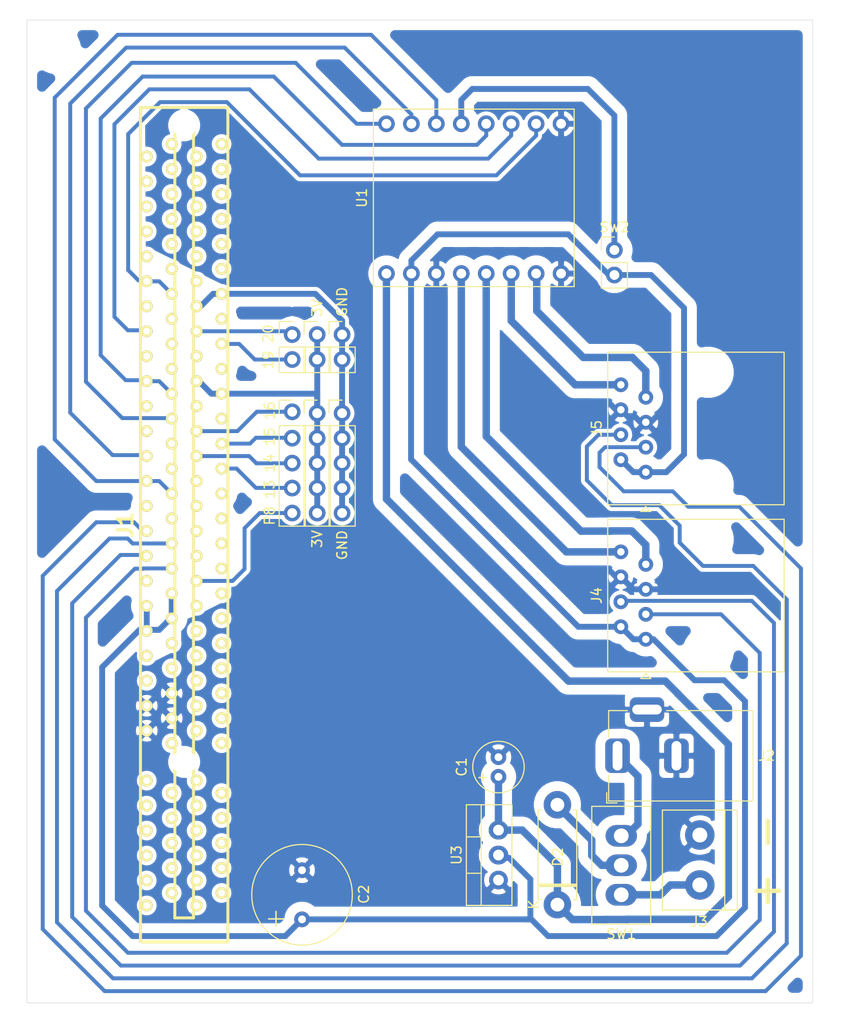
<source format=kicad_pcb>
(kicad_pcb (version 20171130) (host pcbnew "(5.1.6)-1")
  (layers (0 F.Cu signal hide) (31 B.Cu signal) (34 B.Paste user hide) (35 F.Paste user hide) (36 B.SilkS user hide) (37 F.SilkS user) (38 B.Mask user hide) (39 F.Mask user hide) (44 Edge.Cuts user))
  (net 0 "")
  (net 1 GND)
  (net 2 "Net-(J1-PadA1)")
  (net 3 "Net-(J1-PadB1)")
  (net 4 "Net-(J1-PadA2)")
  (net 5 "Net-(J1-PadB2)")
  (net 6 "Net-(J1-PadA3)")
  (net 7 "Net-(J1-PadA5)")
  (net 8 "Net-(J1-PadA7)")
  (net 9 "Net-(J1-PadA9)")
  (net 10 "Net-(J1-PadA4)")
  (net 11 "Net-(J1-PadA6)")
  (net 12 "Net-(J1-PadA8)")
  (net 13 "Net-(J1-PadA32)")
  (net 14 "Net-(J1-PadA34)")
  (net 15 "Net-(J1-PadA35)")
  (net 16 "Net-(J1-PadA41)")
  (net 17 "Net-(J1-PadA42)")
  (net 18 "Net-(J1-PadA44)")
  (net 19 "Net-(J1-PadA49)")
  (net 20 "Net-(J1-PadA52)")
  (net 21 "Net-(J1-PadA53)")
  (net 22 "Net-(J1-PadA54)")
  (net 23 "Net-(J1-PadA55)")
  (net 24 "Net-(J1-PadA56)")
  (net 25 "Net-(J1-PadA57)")
  (net 26 "Net-(J1-PadA58)")
  (net 27 "Net-(J1-PadA59)")
  (net 28 "Net-(J1-PadA60)")
  (net 29 "Net-(J1-PadA61)")
  (net 30 "Net-(J1-PadA62)")
  (net 31 "Net-(J1-PadB3)")
  (net 32 "Net-(J1-PadB4)")
  (net 33 "Net-(J1-PadB5)")
  (net 34 "Net-(J1-PadB6)")
  (net 35 "Net-(J1-PadB7)")
  (net 36 "Net-(J1-PadB8)")
  (net 37 "Net-(J1-PadB9)")
  (net 38 "Net-(J1-PadB10)")
  (net 39 "Net-(J1-PadB15)")
  (net 40 "Net-(J1-PadB17)")
  (net 41 "Net-(J1-PadB18)")
  (net 42 "Net-(J1-PadB24)")
  (net 43 "Net-(J1-PadB25)")
  (net 44 "Net-(J1-PadB27)")
  (net 45 "Net-(J1-PadB52)")
  (net 46 "Net-(J1-PadB53)")
  (net 47 "Net-(J1-PadB54)")
  (net 48 "Net-(J1-PadB55)")
  (net 49 "Net-(J1-PadB56)")
  (net 50 "Net-(J1-PadB57)")
  (net 51 "Net-(J1-PadB58)")
  (net 52 "Net-(J1-PadB59)")
  (net 53 "Net-(J1-PadB60)")
  (net 54 "Net-(J1-PadB61)")
  (net 55 "Net-(J1-PadB62)")
  (net 56 "Net-(J2-Pad1)")
  (net 57 PWMA)
  (net 58 AIN2)
  (net 59 AIN1)
  (net 60 BIN1)
  (net 61 BIN2)
  (net 62 PWMB)
  (net 63 MB1)
  (net 64 MB2)
  (net 65 MA2)
  (net 66 MA1)
  (net 67 +Vin)
  (net 68 SENA1)
  (net 69 SENB1)
  (net 70 "Net-(J1-PadA33)")
  (net 71 "Net-(J1-PadA43)")
  (net 72 SENA2)
  (net 73 +3.3V)
  (net 74 SENB2)
  (net 75 "Net-(J1-PadB42)")
  (net 76 "Net-(J1-PadB43)")
  (net 77 "Net-(SW2-Pad1)")
  (net 78 "Net-(D2-Pad2)")
  (net 79 "Net-(J3-Pad1)")
  (net 80 "Net-(J1-PadA15)")
  (net 81 "Net-(J1-PadA23)")
  (net 82 "Net-(J1-PadA10)")
  (net 83 "Net-(J1-PadA18)")
  (net 84 "Net-(J1-PadB36)")
  (net 85 "Net-(J1-PadB41)")
  (net 86 "Net-(J1-PadB44)")
  (net 87 "Net-(J1-PadA11)")
  (net 88 "Net-(J1-PadA19)")
  (net 89 "Net-(J1-PadA29)")
  (net 90 "Net-(J1-PadA31)")
  (net 91 "Net-(J1-PadA28)")
  (net 92 "Net-(J1-PadA30)")
  (net 93 "Net-(J1-PadA37)")
  (net 94 "Net-(J1-PadA38)")
  (net 95 "Net-(J1-PadA39)")
  (net 96 "Net-(J1-PadA40)")
  (net 97 "Net-(J1-PadA45)")
  (net 98 "Net-(J1-PadA46)")
  (net 99 "Net-(J1-PadA47)")
  (net 100 "Net-(J1-PadA48)")
  (net 101 "Net-(J1-PadB49)")
  (net 102 "Net-(J1-PadA17)")
  (net 103 "Net-(J1-PadA25)")
  (net 104 "Net-(J1-PadA27)")
  (net 105 "Net-(J1-PadA16)")
  (net 106 "Net-(J1-PadA24)")
  (net 107 "Net-(J1-PadA26)")
  (net 108 "Net-(J1-PadA36)")
  (module MountingHole:MountingHole_3.2mm_M3 (layer F.Cu) (at 104.6 47.2)
    (fp_text reference REF** hide)
    (fp_text value MountingHole_3.2mm_M3)
    (pad "" np_thru_hole circle (at -1 -1) (size 3 3) (drill 3) (layers *.Cu *.Mask))
  )
  (module Connector_PinHeader_2.54mm:PinHeader_1x05_P2.54mm_Vertical (layer F.Cu) (at 127.6 83.2)
    (fp_text reference J10 hide)
    (fp_text value Conn_01x05)
    (pad 5 thru_hole oval (at 0 10.16) (size 1.7 1.7) (drill 1) (layers *.Cu *.Mask) (net 108 "Net-(J1-PadA36)"))
    (pad 4 thru_hole oval (at 0 7.62) (size 1.7 1.7) (drill 1) (layers *.Cu *.Mask) (net 104 "Net-(J1-PadA27)"))
    (pad 3 thru_hole oval (at 0 5.08) (size 1.7 1.7) (drill 1) (layers *.Cu *.Mask) (net 107 "Net-(J1-PadA26)"))
    (pad 2 thru_hole oval (at 0 2.54) (size 1.7 1.7) (drill 1) (layers *.Cu *.Mask) (net 103 "Net-(J1-PadA25)"))
    (pad 1 thru_hole circle (at 0 -0.14) (size 1.7 1.7) (drill 1) (layers *.Cu *.Mask) (net 106 "Net-(J1-PadA24)"))
  )
  (module Connector_PinHeader_2.54mm:PinHeader_1x05_P2.54mm_Vertical (layer F.Cu) (at 132.68 83.2)
    (fp_text reference J7 hide)
    (fp_text value Conn_01x05)
    (pad 5 thru_hole oval (at 0 10.16) (size 1.7 1.7) (drill 1) (layers *.Cu *.Mask) (net 87 "Net-(J1-PadA11)"))
    (pad 4 thru_hole oval (at 0 7.62) (size 1.7 1.7) (drill 1) (layers *.Cu *.Mask) (net 87 "Net-(J1-PadA11)"))
    (pad 3 thru_hole oval (at 0 5.08) (size 1.7 1.7) (drill 1) (layers *.Cu *.Mask) (net 87 "Net-(J1-PadA11)"))
    (pad 2 thru_hole oval (at 0 2.54) (size 1.7 1.7) (drill 1) (layers *.Cu *.Mask) (net 87 "Net-(J1-PadA11)"))
    (pad 1 thru_hole circle (at 0 0) (size 1.7 1.7) (drill 1) (layers *.Cu *.Mask) (net 87 "Net-(J1-PadA11)"))
  )
  (module Connector_PinHeader_2.54mm:PinHeader_1x05_P2.54mm_Vertical (layer F.Cu) (at 130.14 83.2)
    (fp_text reference J11 hide)
    (fp_text value Conn_01x05)
    (pad 5 thru_hole oval (at 0 10.16) (size 1.7 1.7) (drill 1) (layers *.Cu *.Mask) (net 88 "Net-(J1-PadA19)"))
    (pad 4 thru_hole oval (at 0 7.62) (size 1.7 1.7) (drill 1) (layers *.Cu *.Mask) (net 88 "Net-(J1-PadA19)"))
    (pad 3 thru_hole oval (at 0 5.08) (size 1.7 1.7) (drill 1) (layers *.Cu *.Mask) (net 88 "Net-(J1-PadA19)"))
    (pad 2 thru_hole oval (at 0 2.54) (size 1.7 1.7) (drill 1) (layers *.Cu *.Mask) (net 88 "Net-(J1-PadA19)"))
    (pad 1 thru_hole circle (at 0 0) (size 1.7 1.7) (drill 1) (layers *.Cu *.Mask) (net 88 "Net-(J1-PadA19)"))
  )
  (module Connector_PinHeader_2.54mm:PinHeader_1x02_P2.54mm_Vertical (layer F.Cu) (at 132.68 75.2)
    (fp_text reference J8 hide)
    (fp_text value Conn_01x02)
    (pad 2 thru_hole oval (at 0 2.54) (size 1.7 1.7) (drill 1) (layers *.Cu *.Mask) (net 87 "Net-(J1-PadA11)"))
    (pad 1 thru_hole circle (at 0 0) (size 1.7 1.7) (drill 1) (layers *.Cu *.Mask) (net 87 "Net-(J1-PadA11)"))
  )
  (module Connector_PinHeader_2.54mm:PinHeader_1x02_P2.54mm_Vertical (layer F.Cu) (at 130.14 75.2)
    (fp_text reference J9 hide)
    (fp_text value Conn_01x02)
    (pad 2 thru_hole oval (at 0 2.54) (size 1.7 1.7) (drill 1) (layers *.Cu *.Mask) (net 88 "Net-(J1-PadA19)"))
    (pad 1 thru_hole circle (at 0 0) (size 1.7 1.7) (drill 1) (layers *.Cu *.Mask) (net 88 "Net-(J1-PadA19)"))
  )
  (module Personal:Slide_Switch (layer F.Cu) (at 161.1 126.2 270)
    (fp_text reference SW1 (at 10 0 180) (layer F.SilkS))
    (fp_text value SW_SPDT)
    (pad 3 thru_hole oval (at 6 0 270) (size 2.2 3.2) (drill 1.5) (layers *.Cu *.Mask) (net 79 "Net-(J3-Pad1)"))
    (pad 2 thru_hole oval (at 3 0 270) (size 2.2 3.2) (drill 1.5) (layers *.Cu *.Mask) (net 78 "Net-(D2-Pad2)"))
    (pad 1 thru_hole oval (at 0 0 270) (size 2.2 3.2) (drill 1.5) (layers *.Cu *.Mask) (net 56 "Net-(J2-Pad1)"))
  )
  (module Capacitor_THT:C_Radial_D5.0mm_H11.0mm_P2.00mm (layer F.Cu) (at 148.6 120.2 90)
    (fp_text reference C1 (at 1 -3.75 90) (layer F.SilkS))
    (fp_text value C)
    (pad 2 thru_hole circle (at 2 0 90) (size 1.6 1.6) (drill 0.8) (layers *.Cu *.Mask) (net 1 GND))
    (pad 1 thru_hole circle (at 0 0 90) (size 1.6 1.6) (drill 0.8) (layers *.Cu *.Mask) (net 67 +Vin))
  )
  (module MountingHole:MountingHole_3.2mm_M3 (layer F.Cu) (at 104.6 138.7)
    (fp_text reference REF** hide)
    (fp_text value MountingHole_3.2mm_M3)
    (pad "" np_thru_hole circle (at -1 1.5) (size 3 3) (drill 3) (layers *.Cu *.Mask))
  )
  (module Diode_THT:D_5W_P10.16mm_Horizontal (layer F.Cu) (at 154.6 133.2 90)
    (fp_text reference D2 (at 4.85 0.05 90) (layer F.SilkS))
    (fp_text value D)
    (fp_text user K (at 0 -2.4 90) (layer F.SilkS))
    (pad 2 thru_hole oval (at 10.16 0 90) (size 2.8 2.8) (drill 1.4) (layers *.Cu *.Mask) (net 78 "Net-(D2-Pad2)"))
    (pad 1 thru_hole circle (at 0 0 90) (size 2.8 2.8) (drill 1.4) (layers *.Cu *.Mask) (net 67 +Vin))
  )
  (module Capacitor_THT:C_Radial_D10.0mm_H16.0mm_P5.00mm (layer F.Cu) (at 128.6 134.7 90)
    (fp_text reference C2 (at 2.55 6.3 90) (layer F.SilkS))
    (fp_text value C)
    (pad 2 thru_hole circle (at 5 0 90) (size 1.6 1.6) (drill 0.8) (layers *.Cu *.Mask) (net 1 GND))
    (pad 1 thru_hole circle (at 0 0 90) (size 1.6 1.6) (drill 0.8) (layers *.Cu *.Mask) (net 73 +3.3V))
  )
  (module Personal:pci_connector_microbit (layer F.Cu) (at 116.6 94.55 90)
    (fp_text reference J1 (at 0 -5.99948 90) (layer F.SilkS) (effects (font (size 1.524 1.524) (thickness 0.3048))))
    (fp_text value Bus_PCI_microbit)
    (pad "" np_thru_hole circle (at -24.13 0 90) (size 2.4511 2.4511) (drill 2.4511) (layers *.Cu F.SilkS))
    (pad A1 thru_hole circle (at 38.735 3.81 90) (size 1.2 1.2) (drill 0.7) (layers *.Cu *.Mask F.SilkS) (net 2 "Net-(J1-PadA1)"))
    (pad B1 thru_hole circle (at 38.735 -1.27 90) (size 1.2 1.2) (drill 0.7) (layers *.Cu *.Mask F.SilkS) (net 3 "Net-(J1-PadB1)"))
    (pad "" np_thru_hole circle (at 40.64 0 90) (size 2.4511 2.4511) (drill 2.4511) (layers *.Cu F.SilkS))
    (pad A2 thru_hole circle (at 37.465 1.27 90) (size 1.2 1.2) (drill 0.7) (layers *.Cu *.Mask F.SilkS) (net 4 "Net-(J1-PadA2)"))
    (pad B2 thru_hole circle (at 37.465 -3.81 90) (size 1.2 1.2) (drill 0.7) (layers *.Cu *.Mask F.SilkS) (net 5 "Net-(J1-PadB2)"))
    (pad A3 thru_hole circle (at 36.195 3.81 90) (size 1.2 1.2) (drill 0.7) (layers *.Cu *.Mask F.SilkS) (net 6 "Net-(J1-PadA3)"))
    (pad A5 thru_hole circle (at 33.655 3.81 90) (size 1.2 1.2) (drill 0.7) (layers *.Cu *.Mask F.SilkS) (net 7 "Net-(J1-PadA5)"))
    (pad A7 thru_hole circle (at 31.115 3.81 90) (size 1.2 1.2) (drill 0.7) (layers *.Cu *.Mask F.SilkS) (net 8 "Net-(J1-PadA7)"))
    (pad A9 thru_hole circle (at 28.575 3.81 90) (size 1.2 1.2) (drill 0.7) (layers *.Cu *.Mask F.SilkS) (net 9 "Net-(J1-PadA9)"))
    (pad A11 thru_hole circle (at 26.035 3.81 90) (size 1.2 1.2) (drill 0.7) (layers *.Cu *.Mask F.SilkS) (net 87 "Net-(J1-PadA11)"))
    (pad A13 thru_hole circle (at 23.495 3.81 90) (size 1.2 1.2) (drill 0.7) (layers *.Cu *.Mask F.SilkS) (net 87 "Net-(J1-PadA11)"))
    (pad A15 thru_hole circle (at 20.955 3.81 90) (size 1.2 1.2) (drill 0.7) (layers *.Cu *.Mask F.SilkS) (net 80 "Net-(J1-PadA15)"))
    (pad A17 thru_hole circle (at 18.415 3.81 90) (size 1.2 1.2) (drill 0.7) (layers *.Cu *.Mask F.SilkS) (net 102 "Net-(J1-PadA17)"))
    (pad A19 thru_hole circle (at 15.875 3.81 90) (size 1.2 1.2) (drill 0.7) (layers *.Cu *.Mask F.SilkS) (net 88 "Net-(J1-PadA19)"))
    (pad A21 thru_hole circle (at 13.335 3.81 90) (size 1.2 1.2) (drill 0.7) (layers *.Cu *.Mask F.SilkS) (net 88 "Net-(J1-PadA19)"))
    (pad A23 thru_hole circle (at 10.795 3.81 90) (size 1.2 1.2) (drill 0.7) (layers *.Cu *.Mask F.SilkS) (net 81 "Net-(J1-PadA23)"))
    (pad A25 thru_hole circle (at 8.255 3.81 90) (size 1.2 1.2) (drill 0.7) (layers *.Cu *.Mask F.SilkS) (net 103 "Net-(J1-PadA25)"))
    (pad A27 thru_hole circle (at 5.715 3.81 90) (size 1.2 1.2) (drill 0.7) (layers *.Cu *.Mask F.SilkS) (net 104 "Net-(J1-PadA27)"))
    (pad A29 thru_hole circle (at 3.175 3.81 90) (size 1.2 1.2) (drill 0.7) (layers *.Cu *.Mask F.SilkS) (net 89 "Net-(J1-PadA29)"))
    (pad A31 thru_hole circle (at 0.635 3.81 90) (size 1.2 1.2) (drill 0.7) (layers *.Cu *.Mask F.SilkS) (net 90 "Net-(J1-PadA31)"))
    (pad A4 thru_hole circle (at 34.925 1.27 90) (size 1.2 1.2) (drill 0.7) (layers *.Cu *.Mask F.SilkS) (net 10 "Net-(J1-PadA4)"))
    (pad A6 thru_hole circle (at 32.385 1.27 90) (size 1.2 1.2) (drill 0.7) (layers *.Cu *.Mask F.SilkS) (net 11 "Net-(J1-PadA6)"))
    (pad A8 thru_hole circle (at 29.845 1.27 90) (size 1.2 1.2) (drill 0.7) (layers *.Cu *.Mask F.SilkS) (net 12 "Net-(J1-PadA8)"))
    (pad A10 thru_hole circle (at 27.305 1.27 90) (size 1.2 1.2) (drill 0.7) (layers *.Cu *.Mask F.SilkS) (net 82 "Net-(J1-PadA10)"))
    (pad A12 thru_hole circle (at 24.765 1.27 90) (size 1.2 1.2) (drill 0.7) (layers *.Cu *.Mask F.SilkS) (net 87 "Net-(J1-PadA11)"))
    (pad A14 thru_hole circle (at 22.225 1.27 90) (size 1.2 1.2) (drill 0.7) (layers *.Cu *.Mask F.SilkS) (net 87 "Net-(J1-PadA11)"))
    (pad A16 thru_hole circle (at 19.685 1.27 90) (size 1.2 1.2) (drill 0.7) (layers *.Cu *.Mask F.SilkS) (net 105 "Net-(J1-PadA16)"))
    (pad A18 thru_hole circle (at 17.145 1.27 90) (size 1.2 1.2) (drill 0.7) (layers *.Cu *.Mask F.SilkS) (net 83 "Net-(J1-PadA18)"))
    (pad A20 thru_hole circle (at 14.605 1.27 90) (size 1.2 1.2) (drill 0.7) (layers *.Cu *.Mask F.SilkS) (net 88 "Net-(J1-PadA19)"))
    (pad A22 thru_hole circle (at 12.065 1.27 90) (size 1.2 1.2) (drill 0.7) (layers *.Cu *.Mask F.SilkS) (net 88 "Net-(J1-PadA19)"))
    (pad A24 thru_hole circle (at 9.525 1.27 90) (size 1.2 1.2) (drill 0.7) (layers *.Cu *.Mask F.SilkS) (net 106 "Net-(J1-PadA24)"))
    (pad A26 thru_hole circle (at 6.985 1.27 90) (size 1.2 1.2) (drill 0.7) (layers *.Cu *.Mask F.SilkS) (net 107 "Net-(J1-PadA26)"))
    (pad A28 thru_hole circle (at 4.445 1.27 90) (size 1.2 1.2) (drill 0.7) (layers *.Cu *.Mask F.SilkS) (net 91 "Net-(J1-PadA28)"))
    (pad A30 thru_hole circle (at 1.905 1.27 90) (size 1.2 1.2) (drill 0.7) (layers *.Cu *.Mask F.SilkS) (net 92 "Net-(J1-PadA30)"))
    (pad A32 thru_hole circle (at -0.635 1.27 90) (size 1.2 1.2) (drill 0.7) (layers *.Cu *.Mask F.SilkS) (net 13 "Net-(J1-PadA32)"))
    (pad A33 thru_hole circle (at -1.905 3.81 90) (size 1.2 1.2) (drill 0.7) (layers *.Cu *.Mask F.SilkS) (net 70 "Net-(J1-PadA33)"))
    (pad A34 thru_hole circle (at -3.175 1.27 90) (size 1.2 1.2) (drill 0.7) (layers *.Cu *.Mask F.SilkS) (net 14 "Net-(J1-PadA34)"))
    (pad A35 thru_hole circle (at -4.445 3.81 90) (size 1.2 1.2) (drill 0.7) (layers *.Cu *.Mask F.SilkS) (net 15 "Net-(J1-PadA35)"))
    (pad A36 thru_hole circle (at -5.715 1.27 90) (size 1.2 1.2) (drill 0.7) (layers *.Cu *.Mask F.SilkS) (net 108 "Net-(J1-PadA36)"))
    (pad A37 thru_hole circle (at -6.985 3.81 90) (size 1.2 1.2) (drill 0.7) (layers *.Cu *.Mask F.SilkS) (net 93 "Net-(J1-PadA37)"))
    (pad A38 thru_hole circle (at -8.255 1.27 90) (size 1.2 1.2) (drill 0.7) (layers *.Cu *.Mask F.SilkS) (net 94 "Net-(J1-PadA38)"))
    (pad A39 thru_hole circle (at -9.525 3.81 90) (size 1.2 1.2) (drill 0.7) (layers *.Cu *.Mask F.SilkS) (net 95 "Net-(J1-PadA39)"))
    (pad A40 thru_hole circle (at -10.795 1.27 90) (size 1.2 1.2) (drill 0.7) (layers *.Cu *.Mask F.SilkS) (net 96 "Net-(J1-PadA40)"))
    (pad A41 thru_hole circle (at -12.065 3.81 90) (size 1.2 1.2) (drill 0.7) (layers *.Cu *.Mask F.SilkS) (net 16 "Net-(J1-PadA41)"))
    (pad A42 thru_hole circle (at -13.335 1.27 90) (size 1.2 1.2) (drill 0.7) (layers *.Cu *.Mask F.SilkS) (net 17 "Net-(J1-PadA42)"))
    (pad A43 thru_hole circle (at -14.605 3.81 90) (size 1.2 1.2) (drill 0.7) (layers *.Cu *.Mask F.SilkS) (net 71 "Net-(J1-PadA43)"))
    (pad A44 thru_hole circle (at -15.875 1.27 90) (size 1.2 1.2) (drill 0.7) (layers *.Cu *.Mask F.SilkS) (net 18 "Net-(J1-PadA44)"))
    (pad A45 thru_hole circle (at -17.145 3.81 90) (size 1.2 1.2) (drill 0.7) (layers *.Cu *.Mask F.SilkS) (net 97 "Net-(J1-PadA45)"))
    (pad A46 thru_hole circle (at -18.415 1.27 90) (size 1.2 1.2) (drill 0.7) (layers *.Cu *.Mask F.SilkS) (net 98 "Net-(J1-PadA46)"))
    (pad A47 thru_hole circle (at -19.685 3.81 90) (size 1.2 1.2) (drill 0.7) (layers *.Cu *.Mask F.SilkS) (net 99 "Net-(J1-PadA47)"))
    (pad A48 thru_hole circle (at -20.955 1.27 90) (size 1.2 1.2) (drill 0.7) (layers *.Cu *.Mask F.SilkS) (net 100 "Net-(J1-PadA48)"))
    (pad A49 thru_hole circle (at -22.225 3.81 90) (size 1.2 1.2) (drill 0.7) (layers *.Cu *.Mask F.SilkS) (net 19 "Net-(J1-PadA49)"))
    (pad A52 thru_hole circle (at -26.035 1.27 90) (size 1.2 1.2) (drill 0.7) (layers *.Cu *.Mask F.SilkS) (net 20 "Net-(J1-PadA52)"))
    (pad A53 thru_hole circle (at -27.305 3.81 90) (size 1.2 1.2) (drill 0.7) (layers *.Cu *.Mask F.SilkS) (net 21 "Net-(J1-PadA53)"))
    (pad A54 thru_hole circle (at -28.575 1.27 90) (size 1.2 1.2) (drill 0.7) (layers *.Cu *.Mask F.SilkS) (net 22 "Net-(J1-PadA54)"))
    (pad A55 thru_hole circle (at -29.845 3.81 90) (size 1.2 1.2) (drill 0.7) (layers *.Cu *.Mask F.SilkS) (net 23 "Net-(J1-PadA55)"))
    (pad A56 thru_hole circle (at -31.115 1.27 90) (size 1.2 1.2) (drill 0.7) (layers *.Cu *.Mask F.SilkS) (net 24 "Net-(J1-PadA56)"))
    (pad A57 thru_hole circle (at -32.385 3.81 90) (size 1.2 1.2) (drill 0.7) (layers *.Cu *.Mask F.SilkS) (net 25 "Net-(J1-PadA57)"))
    (pad A58 thru_hole circle (at -33.655 1.27 90) (size 1.2 1.2) (drill 0.7) (layers *.Cu *.Mask F.SilkS) (net 26 "Net-(J1-PadA58)"))
    (pad A59 thru_hole circle (at -34.925 3.81 90) (size 1.2 1.2) (drill 0.7) (layers *.Cu *.Mask F.SilkS) (net 27 "Net-(J1-PadA59)"))
    (pad A60 thru_hole circle (at -36.195 1.27 90) (size 1.2 1.2) (drill 0.7) (layers *.Cu *.Mask F.SilkS) (net 28 "Net-(J1-PadA60)"))
    (pad A61 thru_hole circle (at -37.465 3.81 90) (size 1.2 1.2) (drill 0.7) (layers *.Cu *.Mask F.SilkS) (net 29 "Net-(J1-PadA61)"))
    (pad A62 thru_hole circle (at -38.735 1.27 90) (size 1.2 1.2) (drill 0.7) (layers *.Cu *.Mask F.SilkS) (net 30 "Net-(J1-PadA62)"))
    (pad B3 thru_hole circle (at 36.195 -1.27 90) (size 1.2 1.2) (drill 0.7) (layers *.Cu *.Mask F.SilkS) (net 31 "Net-(J1-PadB3)"))
    (pad B4 thru_hole circle (at 34.925 -3.81 90) (size 1.2 1.2) (drill 0.7) (layers *.Cu *.Mask F.SilkS) (net 32 "Net-(J1-PadB4)"))
    (pad B5 thru_hole circle (at 33.655 -1.27 90) (size 1.2 1.2) (drill 0.7) (layers *.Cu *.Mask F.SilkS) (net 33 "Net-(J1-PadB5)"))
    (pad B6 thru_hole circle (at 32.385 -3.81 90) (size 1.2 1.2) (drill 0.7) (layers *.Cu *.Mask F.SilkS) (net 34 "Net-(J1-PadB6)"))
    (pad B7 thru_hole circle (at 31.115 -1.27 90) (size 1.2 1.2) (drill 0.7) (layers *.Cu *.Mask F.SilkS) (net 35 "Net-(J1-PadB7)"))
    (pad B8 thru_hole circle (at 29.845 -3.81 90) (size 1.2 1.2) (drill 0.7) (layers *.Cu *.Mask F.SilkS) (net 36 "Net-(J1-PadB8)"))
    (pad B9 thru_hole circle (at 28.575 -1.27 90) (size 1.2 1.2) (drill 0.7) (layers *.Cu *.Mask F.SilkS) (net 37 "Net-(J1-PadB9)"))
    (pad B10 thru_hole circle (at 27.305 -3.81 90) (size 1.2 1.2) (drill 0.7) (layers *.Cu *.Mask F.SilkS) (net 38 "Net-(J1-PadB10)"))
    (pad B11 thru_hole circle (at 26.035 -1.27 90) (size 1.2 1.2) (drill 0.7) (layers *.Cu *.Mask F.SilkS) (net 62 PWMB))
    (pad B12 thru_hole circle (at 24.765 -3.81 90) (size 1.2 1.2) (drill 0.7) (layers *.Cu *.Mask F.SilkS) (net 62 PWMB))
    (pad B13 thru_hole circle (at 23.495 -1.27 90) (size 1.2 1.2) (drill 0.7) (layers *.Cu *.Mask F.SilkS) (net 62 PWMB))
    (pad B14 thru_hole circle (at 22.225 -3.81 90) (size 1.2 1.2) (drill 0.7) (layers *.Cu *.Mask F.SilkS) (net 62 PWMB))
    (pad B15 thru_hole circle (at 20.955 -1.27 90) (size 1.2 1.2) (drill 0.7) (layers *.Cu *.Mask F.SilkS) (net 39 "Net-(J1-PadB15)"))
    (pad B16 thru_hole circle (at 19.685 -3.81 90) (size 1.2 1.2) (drill 0.7) (layers *.Cu *.Mask F.SilkS) (net 61 BIN2))
    (pad B17 thru_hole circle (at 18.415 -1.27 90) (size 1.2 1.2) (drill 0.7) (layers *.Cu *.Mask F.SilkS) (net 40 "Net-(J1-PadB17)"))
    (pad B18 thru_hole circle (at 17.145 -3.81 90) (size 1.2 1.2) (drill 0.7) (layers *.Cu *.Mask F.SilkS) (net 41 "Net-(J1-PadB18)"))
    (pad B19 thru_hole circle (at 15.875 -1.27 90) (size 1.2 1.2) (drill 0.7) (layers *.Cu *.Mask F.SilkS) (net 60 BIN1))
    (pad B20 thru_hole circle (at 14.605 -3.81 90) (size 1.2 1.2) (drill 0.7) (layers *.Cu *.Mask F.SilkS) (net 60 BIN1))
    (pad B21 thru_hole circle (at 13.335 -1.27 90) (size 1.2 1.2) (drill 0.7) (layers *.Cu *.Mask F.SilkS) (net 60 BIN1))
    (pad B22 thru_hole circle (at 12.065 -3.81 90) (size 1.2 1.2) (drill 0.7) (layers *.Cu *.Mask F.SilkS) (net 60 BIN1))
    (pad B23 thru_hole circle (at 10.795 -1.27 90) (size 1.2 1.2) (drill 0.7) (layers *.Cu *.Mask F.SilkS) (net 57 PWMA))
    (pad B24 thru_hole circle (at 9.525 -3.81 90) (size 1.2 1.2) (drill 0.7) (layers *.Cu *.Mask F.SilkS) (net 42 "Net-(J1-PadB24)"))
    (pad B25 thru_hole circle (at 8.255 -1.27 90) (size 1.2 1.2) (drill 0.7) (layers *.Cu *.Mask F.SilkS) (net 43 "Net-(J1-PadB25)"))
    (pad B26 thru_hole circle (at 6.985 -3.81 90) (size 1.2 1.2) (drill 0.7) (layers *.Cu *.Mask F.SilkS) (net 58 AIN2))
    (pad B27 thru_hole circle (at 5.715 -1.27 90) (size 1.2 1.2) (drill 0.7) (layers *.Cu *.Mask F.SilkS) (net 44 "Net-(J1-PadB27)"))
    (pad B28 thru_hole circle (at 4.445 -3.81 90) (size 1.2 1.2) (drill 0.7) (layers *.Cu *.Mask F.SilkS) (net 59 AIN1))
    (pad B29 thru_hole circle (at 3.175 -1.27 90) (size 1.2 1.2) (drill 0.7) (layers *.Cu *.Mask F.SilkS) (net 59 AIN1))
    (pad B30 thru_hole circle (at 1.905 -3.81 90) (size 1.2 1.2) (drill 0.7) (layers *.Cu *.Mask F.SilkS) (net 59 AIN1))
    (pad B31 thru_hole circle (at 0.635 -1.27 90) (size 1.2 1.2) (drill 0.7) (layers *.Cu *.Mask F.SilkS) (net 59 AIN1))
    (pad B32 thru_hole circle (at -0.635 -3.81 90) (size 1.2 1.2) (drill 0.7) (layers *.Cu *.Mask F.SilkS) (net 74 SENB2))
    (pad B33 thru_hole circle (at -1.905 -1.27 90) (size 1.2 1.2) (drill 0.7) (layers *.Cu *.Mask F.SilkS) (net 69 SENB1))
    (pad B34 thru_hole circle (at -3.175 -3.81 90) (size 1.2 1.2) (drill 0.7) (layers *.Cu *.Mask F.SilkS) (net 72 SENA2))
    (pad B35 thru_hole circle (at -4.445 -1.27 90) (size 1.2 1.2) (drill 0.7) (layers *.Cu *.Mask F.SilkS) (net 68 SENA1))
    (pad B36 thru_hole circle (at -5.715 -3.81 90) (size 1.2 1.2) (drill 0.7) (layers *.Cu *.Mask F.SilkS) (net 84 "Net-(J1-PadB36)"))
    (pad B37 thru_hole circle (at -6.985 -1.27 90) (size 1.2 1.2) (drill 0.7) (layers *.Cu *.Mask F.SilkS) (net 73 +3.3V))
    (pad B38 thru_hole circle (at -8.255 -3.81 90) (size 1.2 1.2) (drill 0.7) (layers *.Cu *.Mask F.SilkS) (net 73 +3.3V))
    (pad B39 thru_hole circle (at -9.525 -1.27 90) (size 1.2 1.2) (drill 0.7) (layers *.Cu *.Mask F.SilkS) (net 73 +3.3V))
    (pad B40 thru_hole circle (at -10.795 -3.81 90) (size 1.2 1.2) (drill 0.7) (layers *.Cu *.Mask F.SilkS) (net 73 +3.3V))
    (pad B41 thru_hole circle (at -12.065 -1.27 90) (size 1.2 1.2) (drill 0.7) (layers *.Cu *.Mask F.SilkS) (net 85 "Net-(J1-PadB41)"))
    (pad B42 thru_hole circle (at -13.335 -3.81 90) (size 1.2 1.2) (drill 0.7) (layers *.Cu *.Mask F.SilkS) (net 75 "Net-(J1-PadB42)"))
    (pad B43 thru_hole circle (at -14.605 -1.27 90) (size 1.2 1.2) (drill 0.7) (layers *.Cu *.Mask F.SilkS) (net 76 "Net-(J1-PadB43)"))
    (pad B44 thru_hole circle (at -15.875 -3.81 90) (size 1.2 1.2) (drill 0.7) (layers *.Cu *.Mask F.SilkS) (net 86 "Net-(J1-PadB44)"))
    (pad B45 thru_hole circle (at -17.145 -1.27 90) (size 1.2 1.2) (drill 0.7) (layers *.Cu *.Mask F.SilkS) (net 1 GND))
    (pad B46 thru_hole circle (at -18.415 -3.81 90) (size 1.2 1.2) (drill 0.7) (layers *.Cu *.Mask F.SilkS) (net 1 GND))
    (pad B47 thru_hole circle (at -19.685 -1.27 90) (size 1.2 1.2) (drill 0.7) (layers *.Cu *.Mask F.SilkS) (net 1 GND))
    (pad B48 thru_hole circle (at -20.955 -3.81 90) (size 1.2 1.2) (drill 0.7) (layers *.Cu *.Mask F.SilkS) (net 1 GND))
    (pad B49 thru_hole circle (at -22.225 -1.27 90) (size 1.2 1.2) (drill 0.7) (layers *.Cu *.Mask F.SilkS) (net 101 "Net-(J1-PadB49)"))
    (pad B52 thru_hole circle (at -26.035 -3.81 90) (size 1.2 1.2) (drill 0.7) (layers *.Cu *.Mask F.SilkS) (net 45 "Net-(J1-PadB52)"))
    (pad B53 thru_hole circle (at -27.305 -1.27 90) (size 1.2 1.2) (drill 0.7) (layers *.Cu *.Mask F.SilkS) (net 46 "Net-(J1-PadB53)"))
    (pad B54 thru_hole circle (at -28.575 -3.81 90) (size 1.2 1.2) (drill 0.7) (layers *.Cu *.Mask F.SilkS) (net 47 "Net-(J1-PadB54)"))
    (pad B55 thru_hole circle (at -29.845 -1.27 90) (size 1.2 1.2) (drill 0.7) (layers *.Cu *.Mask F.SilkS) (net 48 "Net-(J1-PadB55)"))
    (pad B56 thru_hole circle (at -31.115 -3.81 90) (size 1.2 1.2) (drill 0.7) (layers *.Cu *.Mask F.SilkS) (net 49 "Net-(J1-PadB56)"))
    (pad B57 thru_hole circle (at -32.385 -1.27 90) (size 1.2 1.2) (drill 0.7) (layers *.Cu *.Mask F.SilkS) (net 50 "Net-(J1-PadB57)"))
    (pad B58 thru_hole circle (at -33.655 -3.81 90) (size 1.2 1.2) (drill 0.7) (layers *.Cu *.Mask F.SilkS) (net 51 "Net-(J1-PadB58)"))
    (pad B59 thru_hole circle (at -34.925 -1.27 90) (size 1.2 1.2) (drill 0.7) (layers *.Cu *.Mask F.SilkS) (net 52 "Net-(J1-PadB59)"))
    (pad B60 thru_hole circle (at -36.195 -3.81 90) (size 1.2 1.2) (drill 0.7) (layers *.Cu *.Mask F.SilkS) (net 53 "Net-(J1-PadB60)"))
    (pad B61 thru_hole circle (at -37.465 -1.27 90) (size 1.2 1.2) (drill 0.7) (layers *.Cu *.Mask F.SilkS) (net 54 "Net-(J1-PadB61)"))
    (pad B62 thru_hole circle (at -38.735 -3.81 90) (size 1.2 1.2) (drill 0.7) (layers *.Cu *.Mask F.SilkS) (net 55 "Net-(J1-PadB62)"))
  )
  (module Package_TO_SOT_THT:TO-220-3_Vertical (layer F.Cu) (at 148.6 130.7 90)
    (fp_text reference U3 (at 2.54 -4.27 90) (layer F.SilkS))
    (fp_text value LM1117-3.3)
    (pad 3 thru_hole oval (at 5.08 0 90) (size 1.905 2) (drill 1.1) (layers *.Cu *.Mask) (net 67 +Vin))
    (pad 2 thru_hole oval (at 2.54 0 90) (size 1.905 2) (drill 1.1) (layers *.Cu *.Mask) (net 73 +3.3V))
    (pad 1 thru_hole circle (at 0 0 90) (size 1.905 1.905) (drill 1.1) (layers *.Cu *.Mask) (net 1 GND))
  )
  (module Connector_PinHeader_2.54mm:PinHeader_1x02_P2.54mm_Vertical (layer F.Cu) (at 127.6 75.2)
    (fp_text reference J6 hide)
    (fp_text value Conn_01x02)
    (pad 2 thru_hole oval (at 0 2.54) (size 1.7 1.7) (drill 1) (layers *.Cu *.Mask) (net 102 "Net-(J1-PadA17)"))
    (pad 1 thru_hole circle (at 0 0) (size 1.7 1.7) (drill 1) (layers *.Cu *.Mask) (net 105 "Net-(J1-PadA16)"))
  )
  (module Personal:TB6612FNG_modulo (layer F.Cu) (at 137.194 68.992 90)
    (fp_text reference U1 (at 7.7 -2.5 90) (layer F.SilkS))
    (fp_text value TB6612FNG_modulo)
    (pad 9 thru_hole oval (at 15.24 17.78 90) (size 1.7 1.7) (drill 1) (layers *.Cu *.Mask) (net 1 GND))
    (pad 8 thru_hole oval (at 0 17.78 90) (size 1.7 1.7) (drill 1) (layers *.Cu *.Mask) (net 1 GND))
    (pad 10 thru_hole oval (at 15.24 15.24 90) (size 1.7 1.7) (drill 1) (layers *.Cu *.Mask) (net 62 PWMB))
    (pad 7 thru_hole oval (at 0 15.24 90) (size 1.7 1.7) (drill 1) (layers *.Cu *.Mask) (net 63 MB1))
    (pad 11 thru_hole oval (at 15.24 12.7 90) (size 1.7 1.7) (drill 1) (layers *.Cu *.Mask) (net 61 BIN2))
    (pad 6 thru_hole oval (at 0 12.7 90) (size 1.7 1.7) (drill 1) (layers *.Cu *.Mask) (net 64 MB2))
    (pad 12 thru_hole oval (at 15.24 10.16 90) (size 1.7 1.7) (drill 1) (layers *.Cu *.Mask) (net 60 BIN1))
    (pad 5 thru_hole oval (at 0 10.16 90) (size 1.7 1.7) (drill 1) (layers *.Cu *.Mask) (net 65 MA2))
    (pad 13 thru_hole oval (at 15.24 7.62 90) (size 1.7 1.7) (drill 1) (layers *.Cu *.Mask) (net 77 "Net-(SW2-Pad1)"))
    (pad 4 thru_hole oval (at 0 7.62 90) (size 1.7 1.7) (drill 1) (layers *.Cu *.Mask) (net 66 MA1))
    (pad 14 thru_hole oval (at 15.24 5.08 90) (size 1.7 1.7) (drill 1) (layers *.Cu *.Mask) (net 59 AIN1))
    (pad 3 thru_hole oval (at 0 5.08 90) (size 1.7 1.7) (drill 1) (layers *.Cu *.Mask) (net 1 GND))
    (pad 15 thru_hole oval (at 15.24 2.54 90) (size 1.7 1.7) (drill 1) (layers *.Cu *.Mask) (net 58 AIN2))
    (pad 2 thru_hole oval (at 0 2.54 90) (size 1.7 1.7) (drill 1) (layers *.Cu *.Mask) (net 73 +3.3V))
    (pad 16 thru_hole oval (at 15.24 0 90) (size 1.7 1.7) (drill 1) (layers *.Cu *.Mask) (net 57 PWMA))
    (pad 1 thru_hole circle (at 0 0 90) (size 1.7 1.7) (drill 1) (layers *.Cu *.Mask) (net 67 +Vin))
  )
  (module Connector_PinHeader_2.54mm:PinHeader_1x02_P2.54mm_Vertical (layer F.Cu) (at 160.4 66.6)
    (fp_text reference SW2 (at 0 -2.33) (layer F.SilkS))
    (fp_text value SW_SPST)
    (pad 2 thru_hole oval (at 0 2.54) (size 1.7 1.7) (drill 1) (layers *.Cu *.Mask) (net 73 +3.3V))
    (pad 1 thru_hole circle (at 0 0) (size 1.7 1.7) (drill 1) (layers *.Cu *.Mask) (net 77 "Net-(SW2-Pad1)"))
  )
  (module Connector_RJ:RJ45_Amphenol_54602-x08_Horizontal (layer F.Cu) (at 163.6 89.2 90)
    (fp_text reference J5 (at 4.445 -5 90) (layer F.SilkS))
    (fp_text value RJ45)
    (pad 8 thru_hole circle (at 8.89 -2.54 90) (size 1.5 1.5) (drill 0.76) (layers *.Cu *.Mask) (net 64 MB2))
    (pad 7 thru_hole circle (at 7.62 0 90) (size 1.5 1.5) (drill 0.76) (layers *.Cu *.Mask) (net 63 MB1))
    (pad 6 thru_hole circle (at 6.35 -2.54 90) (size 1.5 1.5) (drill 0.76) (layers *.Cu *.Mask) (net 1 GND))
    (pad 5 thru_hole circle (at 5.08 0 90) (size 1.5 1.5) (drill 0.76) (layers *.Cu *.Mask) (net 1 GND))
    (pad 4 thru_hole circle (at 3.81 -2.54 90) (size 1.5 1.5) (drill 0.76) (layers *.Cu *.Mask) (net 69 SENB1))
    (pad 3 thru_hole circle (at 2.54 0 90) (size 1.5 1.5) (drill 0.76) (layers *.Cu *.Mask) (net 74 SENB2))
    (pad 2 thru_hole circle (at 1.27 -2.54 90) (size 1.5 1.5) (drill 0.76) (layers *.Cu *.Mask) (net 73 +3.3V))
    (pad 1 thru_hole circle (at 0 0 90) (size 1.5 1.5) (drill 0.76) (layers *.Cu *.Mask) (net 73 +3.3V))
    (pad "" np_thru_hole circle (at -1.27 6.35 90) (size 3.2 3.2) (drill 3.2) (layers *.Cu *.Mask))
    (pad "" np_thru_hole circle (at 10.16 6.35 90) (size 3.2 3.2) (drill 3.2) (layers *.Cu *.Mask))
  )
  (module Connector_RJ:RJ45_Amphenol_54602-x08_Horizontal (layer F.Cu) (at 163.6 106.2 90)
    (fp_text reference J4 (at 4.445 -5 90) (layer F.SilkS))
    (fp_text value RJ45)
    (pad 8 thru_hole circle (at 8.89 -2.54 90) (size 1.5 1.5) (drill 0.76) (layers *.Cu *.Mask) (net 66 MA1))
    (pad 7 thru_hole circle (at 7.62 0 90) (size 1.5 1.5) (drill 0.76) (layers *.Cu *.Mask) (net 65 MA2))
    (pad 6 thru_hole circle (at 6.35 -2.54 90) (size 1.5 1.5) (drill 0.76) (layers *.Cu *.Mask) (net 1 GND))
    (pad 5 thru_hole circle (at 5.08 0 90) (size 1.5 1.5) (drill 0.76) (layers *.Cu *.Mask) (net 1 GND))
    (pad 4 thru_hole circle (at 3.81 -2.54 90) (size 1.5 1.5) (drill 0.76) (layers *.Cu *.Mask) (net 72 SENA2))
    (pad 3 thru_hole circle (at 2.54 0 90) (size 1.5 1.5) (drill 0.76) (layers *.Cu *.Mask) (net 68 SENA1))
    (pad 2 thru_hole circle (at 1.27 -2.54 90) (size 1.5 1.5) (drill 0.76) (layers *.Cu *.Mask) (net 73 +3.3V))
    (pad 1 thru_hole circle (at 0 0 90) (size 1.5 1.5) (drill 0.76) (layers *.Cu *.Mask) (net 73 +3.3V))
    (pad "" np_thru_hole circle (at -1.27 6.35 90) (size 3.2 3.2) (drill 3.2) (layers *.Cu *.Mask))
    (pad "" np_thru_hole circle (at 10.16 6.35 90) (size 3.2 3.2) (drill 3.2) (layers *.Cu *.Mask))
  )
  (module TerminalBlock:TerminalBlock_bornier-2_P5.08mm (layer F.Cu) (at 169.1 131.2 90)
    (fp_text reference J3 (at -3.75 -0.05 180) (layer F.SilkS))
    (fp_text value Screw_Terminal)
    (pad 2 thru_hole circle (at 5.08 0 90) (size 3 3) (drill 1.52) (layers *.Cu *.Mask) (net 1 GND))
    (pad 1 thru_hole circle (at 0 0 90) (size 3 3) (drill 1.52) (layers *.Cu *.Mask) (net 79 "Net-(J3-Pad1)"))
  )
  (module Connector_BarrelJack:BarrelJack_Horizontal (layer F.Cu) (at 160.72 118.056 180)
    (fp_text reference J2 (at -15.18 0.006) (layer F.SilkS))
    (fp_text value Jack_Switch)
    (pad 3 thru_hole roundrect (at -3 4.7 180) (size 3.5 2.5) (drill oval 3 1) (layers *.Cu *.Mask) (net 1 GND))
    (pad 2 thru_hole roundrect (at -6 0 180) (size 2.5 3.5) (drill oval 1 3) (layers *.Cu *.Mask) (net 1 GND))
    (pad 1 thru_hole roundrect (at 0 0 180) (size 2.5 3.5) (drill oval 1 3) (layers *.Cu *.Mask) (net 56 "Net-(J2-Pad1)"))
  )
  (gr_text "19 20" (at 125.15 76.45 90) (layer F.SilkS) (effects (font (size 1 1))))
  (gr_text + (at 147 120.2) (layer F.SilkS) (effects (font (size 1 1))))
  (gr_text + (at 125.95 134.5) (layer F.SilkS) (effects (font (size 2 2))))
  (gr_text "+ -" (at 175.8 128.8 90) (layer F.SilkS) (effects (font (size 3 3) (thickness 0.45))))
  (gr_text "P8 13 14 15 16" (at 125.3 88.3 90) (layer F.SilkS) (effects (font (size 1 1))))
  (gr_text GND (at 132.68 73.5 90) (layer F.SilkS) (effects (font (size 1 1)) (justify left)))
  (gr_text 3V (at 130.14 73.5 90) (layer F.SilkS) (effects (font (size 1 1)) (justify left)))
  (gr_text GND (at 132.68 95 90) (layer F.SilkS) (effects (font (size 1 1)) (justify right)))
  (gr_text 3V (at 130.14 95 90) (layer F.SilkS) (effects (font (size 1 1)) (justify right)))
  (gr_line (start 180.6 43.2) (end 100.6 43.2) (layer Edge.Cuts) (width 0.05))
  (gr_line (start 180.6 143.2) (end 180.6 43.2) (layer Edge.Cuts) (width 0.05))
  (gr_line (start 100.6 143.2) (end 180.6 143.2) (layer Edge.Cuts) (width 0.05))
  (gr_line (start 100.6 43.2) (end 100.6 143.2) (layer Edge.Cuts) (width 0.05))
  (segment (start 161.06 82.85) (end 160.565998 82.85) (width 0.6) (layer B.Cu) (net 1))
  (segment (start 160.565998 82.85) (end 160.075999 82.360001) (width 0.6) (layer B.Cu) (net 1))
  (segment (start 160.075999 82.360001) (end 159.706008 81.99001) (width 0.6) (layer B.Cu) (net 1))
  (segment (start 163.6 84.12) (end 164.094002 84.12) (width 0.6) (layer B.Cu) (net 1))
  (segment (start 164.094002 84.12) (end 164.584001 83.630001) (width 0.6) (layer B.Cu) (net 1))
  (segment (start 164.584001 83.630001) (end 165.182001 83.032001) (width 0.6) (layer B.Cu) (net 1))
  (segment (start 160.565998 99.85) (end 159.706008 98.99001) (width 0.6) (layer B.Cu) (net 1))
  (segment (start 161.06 99.85) (end 160.565998 99.85) (width 0.6) (layer B.Cu) (net 1))
  (segment (start 163.6 101.12) (end 165.57 101.12) (width 0.6) (layer B.Cu) (net 1))
  (segment (start 162.33 101.12) (end 161.06 99.85) (width 0.6) (layer B.Cu) (net 1))
  (segment (start 163.6 101.12) (end 162.33 101.12) (width 0.6) (layer B.Cu) (net 1))
  (segment (start 163.6 84.12) (end 163.105998 84.12) (width 0.6) (layer B.Cu) (net 1))
  (segment (start 163.6 84.12) (end 163.07 84.12) (width 0.6) (layer B.Cu) (net 1))
  (segment (start 163.07 84.12) (end 162.45 83.5) (width 0.6) (layer B.Cu) (net 1))
  (segment (start 161.71 83.5) (end 161.06 82.85) (width 0.6) (layer B.Cu) (net 1))
  (segment (start 162.45 83.5) (end 161.71 83.5) (width 0.6) (layer B.Cu) (net 1))
  (segment (start 162.8 120.136) (end 160.72 118.056) (width 0.76) (layer B.Cu) (net 56))
  (segment (start 161.6 126.2) (end 162.8 125) (width 0.76) (layer B.Cu) (net 56))
  (segment (start 161.1 126.2) (end 161.6 126.2) (width 0.76) (layer B.Cu) (net 56))
  (segment (start 162.8 125) (end 162.8 120.136) (width 0.76) (layer B.Cu) (net 56))
  (segment (start 137.194 53.752) (end 134.152 53.752) (width 0.4) (layer B.Cu) (net 57))
  (segment (start 115.275 83.7) (end 115.33 83.755) (width 0.4) (layer B.Cu) (net 57))
  (segment (start 110.3 83.7) (end 115.275 83.7) (width 0.4) (layer B.Cu) (net 57))
  (segment (start 127.95 47.55) (end 134.152 53.752) (width 0.4) (layer B.Cu) (net 57))
  (segment (start 111.25 47.55) (end 127.95 47.55) (width 0.4) (layer B.Cu) (net 57))
  (segment (start 110.3 83.7) (end 106.6 80) (width 0.4) (layer B.Cu) (net 57))
  (segment (start 106.6 52.2) (end 111.25 47.55) (width 0.4) (layer B.Cu) (net 57))
  (segment (start 106.6 80) (end 106.6 52.2) (width 0.4) (layer B.Cu) (net 57))
  (segment (start 109.315 87.465) (end 112.79 87.465) (width 0.4) (layer B.Cu) (net 58))
  (segment (start 105 83.15) (end 109.315 87.465) (width 0.4) (layer B.Cu) (net 58))
  (segment (start 139.734 52.794) (end 132.94 46) (width 0.4) (layer B.Cu) (net 58))
  (segment (start 132.94 46) (end 110.7 46) (width 0.4) (layer B.Cu) (net 58))
  (segment (start 139.734 53.752) (end 139.734 52.794) (width 0.4) (layer B.Cu) (net 58))
  (segment (start 110.7 46) (end 105 51.7) (width 0.4) (layer B.Cu) (net 58))
  (segment (start 105 51.7) (end 105 83.15) (width 0.4) (layer B.Cu) (net 58))
  (segment (start 109.82 44.7) (end 103.42 51.1) (width 0.4) (layer B.Cu) (net 59))
  (segment (start 142.274 53.752) (end 142.274 51.334) (width 0.4) (layer B.Cu) (net 59))
  (segment (start 103.42 51.1) (end 103.42 85.87) (width 0.4) (layer B.Cu) (net 59))
  (segment (start 135.64 44.7) (end 109.82 44.7) (width 0.4) (layer B.Cu) (net 59))
  (segment (start 103.42 85.87) (end 107.655 90.105) (width 0.4) (layer B.Cu) (net 59))
  (segment (start 142.274 51.334) (end 135.64 44.7) (width 0.4) (layer B.Cu) (net 59))
  (segment (start 107.655 90.105) (end 112.79 90.105) (width 0.4) (layer B.Cu) (net 59))
  (segment (start 112.79 90.105) (end 114.06 90.105) (width 0.4) (layer B.Cu) (net 59))
  (segment (start 114.06 90.105) (end 115.33 91.375) (width 0.4) (layer B.Cu) (net 59))
  (segment (start 112.79 79.945) (end 114.06 79.945) (width 0.4) (layer B.Cu) (net 60))
  (segment (start 114.06 79.945) (end 115.33 81.215) (width 0.4) (layer B.Cu) (net 60))
  (segment (start 112.370087 48.95) (end 125.729914 48.95) (width 0.4) (layer B.Cu) (net 60))
  (segment (start 108.1 53.220087) (end 112.370087 48.95) (width 0.4) (layer B.Cu) (net 60))
  (segment (start 108.1 77.3) (end 108.1 53.220087) (width 0.4) (layer B.Cu) (net 60))
  (segment (start 112.79 79.845) (end 110.645 79.845) (width 0.4) (layer B.Cu) (net 60))
  (segment (start 110.645 79.845) (end 108.1 77.3) (width 0.4) (layer B.Cu) (net 60))
  (segment (start 125.729914 48.95) (end 132.679914 55.9) (width 0.4) (layer B.Cu) (net 60))
  (segment (start 132.679914 55.9) (end 146.408081 55.9) (width 0.4) (layer B.Cu) (net 60))
  (segment (start 146.408081 55.9) (end 147.354 54.954081) (width 0.4) (layer B.Cu) (net 60))
  (segment (start 147.354 54.954081) (end 147.354 53.752) (width 0.4) (layer B.Cu) (net 60))
  (segment (start 109.500011 53.79999) (end 113.04999 50.250011) (width 0.4) (layer B.Cu) (net 61))
  (segment (start 110.865 74.765) (end 109.500011 73.400011) (width 0.4) (layer B.Cu) (net 61))
  (segment (start 123.250011 50.250011) (end 130.300011 57.300011) (width 0.4) (layer B.Cu) (net 61))
  (segment (start 149.894 54.954081) (end 149.894 53.752) (width 0.4) (layer B.Cu) (net 61))
  (segment (start 109.500011 73.400011) (end 109.500011 53.79999) (width 0.4) (layer B.Cu) (net 61))
  (segment (start 112.79 74.765) (end 110.865 74.765) (width 0.4) (layer B.Cu) (net 61))
  (segment (start 113.04999 50.250011) (end 123.250011 50.250011) (width 0.4) (layer B.Cu) (net 61))
  (segment (start 130.300011 57.300011) (end 147.54807 57.300011) (width 0.4) (layer B.Cu) (net 61))
  (segment (start 147.54807 57.300011) (end 149.894 54.954081) (width 0.4) (layer B.Cu) (net 61))
  (segment (start 112.79 69.785) (end 114.06 69.785) (width 0.4) (layer B.Cu) (net 62))
  (segment (start 114.06 69.785) (end 115.33 71.055) (width 0.4) (layer B.Cu) (net 62))
  (segment (start 128.4 59) (end 120.950022 51.550022) (width 0.4) (layer B.Cu) (net 62))
  (segment (start 152.434 53.752) (end 152.434 54.954081) (width 0.4) (layer B.Cu) (net 62))
  (segment (start 148.388081 59) (end 128.4 59) (width 0.4) (layer B.Cu) (net 62))
  (segment (start 120.950022 51.550022) (end 114.149978 51.550022) (width 0.4) (layer B.Cu) (net 62))
  (segment (start 111.941472 69.685) (end 112.79 69.685) (width 0.4) (layer B.Cu) (net 62))
  (segment (start 152.434 54.954081) (end 148.388081 59) (width 0.4) (layer B.Cu) (net 62))
  (segment (start 110.900022 54.799978) (end 110.900022 68.64355) (width 0.4) (layer B.Cu) (net 62))
  (segment (start 114.149978 51.550022) (end 110.900022 54.799978) (width 0.4) (layer B.Cu) (net 62))
  (segment (start 110.900022 68.64355) (end 111.941472 69.685) (width 0.4) (layer B.Cu) (net 62))
  (segment (start 163.6 78.9) (end 163.6 81.58) (width 0.76) (layer B.Cu) (net 63))
  (segment (start 152.434 68.992) (end 152.5 69.058) (width 0.76) (layer B.Cu) (net 63))
  (segment (start 152.5 72.798) (end 157.23 77.528) (width 0.76) (layer B.Cu) (net 63))
  (segment (start 157.23 77.528) (end 162.228 77.528) (width 0.76) (layer B.Cu) (net 63))
  (segment (start 152.5 69.058) (end 152.5 72.798) (width 0.76) (layer B.Cu) (net 63))
  (segment (start 162.228 77.528) (end 163.6 78.9) (width 0.76) (layer B.Cu) (net 63))
  (segment (start 149.9 73.798) (end 156.412 80.31) (width 0.76) (layer B.Cu) (net 64))
  (segment (start 149.9 68.998) (end 149.9 73.798) (width 0.76) (layer B.Cu) (net 64))
  (segment (start 156.412 80.31) (end 161.06 80.31) (width 0.76) (layer B.Cu) (net 64))
  (segment (start 149.894 68.992) (end 149.9 68.998) (width 0.76) (layer B.Cu) (net 64))
  (segment (start 163.6 96.6) (end 163.6 98.58) (width 0.76) (layer B.Cu) (net 65))
  (segment (start 162.102402 95.2) (end 162.2 95.2) (width 0.76) (layer B.Cu) (net 65))
  (segment (start 162.082401 95.179999) (end 162.102402 95.2) (width 0.76) (layer B.Cu) (net 65))
  (segment (start 147.354 85.554) (end 157 95.2) (width 0.76) (layer B.Cu) (net 65))
  (segment (start 162.2 95.2) (end 163.6 96.6) (width 0.76) (layer B.Cu) (net 65))
  (segment (start 147.354 68.992) (end 147.354 85.554) (width 0.76) (layer B.Cu) (net 65))
  (segment (start 157 95.2) (end 160.017598 95.2) (width 0.76) (layer B.Cu) (net 65))
  (segment (start 160.037599 95.179999) (end 162.082401 95.179999) (width 0.76) (layer B.Cu) (net 65))
  (segment (start 160.017598 95.2) (end 160.037599 95.179999) (width 0.76) (layer B.Cu) (net 65))
  (segment (start 155.51 97.31) (end 161.06 97.31) (width 0.76) (layer B.Cu) (net 66))
  (segment (start 144.814 68.992) (end 144.814 86.614) (width 0.76) (layer B.Cu) (net 66))
  (segment (start 144.814 86.614) (end 155.51 97.31) (width 0.76) (layer B.Cu) (net 66))
  (segment (start 156.11999 134.71999) (end 154.6 133.2) (width 0.76) (layer B.Cu) (net 67))
  (segment (start 159.555906 134.71999) (end 156.11999 134.71999) (width 0.76) (layer B.Cu) (net 67))
  (segment (start 161.670401 134.710001) (end 159.565895 134.710001) (width 0.76) (layer B.Cu) (net 67))
  (segment (start 165.58599 110.47599) (end 165.60228 110.47599) (width 0.76) (layer B.Cu) (net 67))
  (segment (start 137.194 91.924) (end 155.73 110.46) (width 0.76) (layer B.Cu) (net 67))
  (segment (start 169.704771 134.698001) (end 161.682401 134.698001) (width 0.76) (layer B.Cu) (net 67))
  (segment (start 137.194 68.992) (end 137.194 91.924) (width 0.76) (layer B.Cu) (net 67))
  (segment (start 159.565895 134.710001) (end 159.555906 134.71999) (width 0.76) (layer B.Cu) (net 67))
  (segment (start 165.57 110.46) (end 165.58599 110.47599) (width 0.76) (layer B.Cu) (net 67))
  (segment (start 155.73 110.46) (end 165.57 110.46) (width 0.76) (layer B.Cu) (net 67))
  (segment (start 172 116.89) (end 172 132.402772) (width 0.76) (layer B.Cu) (net 67))
  (segment (start 166.85001 111.74001) (end 172 116.89) (width 0.76) (layer B.Cu) (net 67))
  (segment (start 165.60228 110.47599) (end 166.85001 111.72372) (width 0.76) (layer B.Cu) (net 67))
  (segment (start 161.682401 134.698001) (end 161.670401 134.710001) (width 0.76) (layer B.Cu) (net 67))
  (segment (start 166.85001 111.72372) (end 166.85001 111.74001) (width 0.76) (layer B.Cu) (net 67))
  (segment (start 172 132.402772) (end 169.704771 134.698001) (width 0.76) (layer B.Cu) (net 67))
  (segment (start 148.6 125.62) (end 148.6 121.2) (width 0.76) (layer B.Cu) (net 67))
  (segment (start 148.6 125.62) (end 151.02 125.62) (width 0.76) (layer B.Cu) (net 67))
  (segment (start 154.6 129.2) (end 154.6 133.2) (width 0.76) (layer B.Cu) (net 67))
  (segment (start 151.02 125.62) (end 154.6 129.2) (width 0.76) (layer B.Cu) (net 67))
  (segment (start 148.6 121.2) (end 148.6 120.380001) (width 0.76) (layer B.Cu) (net 67))
  (segment (start 175.2 134.75) (end 175.2 107.598) (width 0.4) (layer B.Cu) (net 68))
  (segment (start 175.2 107.598) (end 171.262 103.66) (width 0.4) (layer B.Cu) (net 68))
  (segment (start 171.850032 138.099968) (end 175.2 134.75) (width 0.4) (layer B.Cu) (net 68))
  (segment (start 110.878633 138.099968) (end 171.850032 138.099968) (width 0.4) (layer B.Cu) (net 68))
  (segment (start 106.6 133.821335) (end 110.878633 138.099968) (width 0.4) (layer B.Cu) (net 68))
  (segment (start 171.262 103.66) (end 163.6 103.66) (width 0.4) (layer B.Cu) (net 68))
  (segment (start 112.445 98.995) (end 112.42 99.02) (width 0.4) (layer B.Cu) (net 68))
  (segment (start 112.42 99.02) (end 111.58 99.02) (width 0.4) (layer B.Cu) (net 68))
  (segment (start 115.294419 98.995) (end 112.445 98.995) (width 0.4) (layer B.Cu) (net 68))
  (segment (start 111.58 99.02) (end 106.6 104) (width 0.4) (layer B.Cu) (net 68))
  (segment (start 106.6 104) (end 106.6 133.821335) (width 0.4) (layer B.Cu) (net 68))
  (segment (start 111.355 96.455) (end 115.33 96.455) (width 0.4) (layer B.Cu) (net 69))
  (segment (start 109 95.95) (end 110.85 95.95) (width 0.4) (layer B.Cu) (net 69))
  (segment (start 103.65 101.3) (end 109 95.95) (width 0.4) (layer B.Cu) (net 69))
  (segment (start 103.65 135) (end 103.65 101.3) (width 0.4) (layer B.Cu) (net 69))
  (segment (start 157.6 90.03) (end 160.13 92.56) (width 0.4) (layer B.Cu) (net 69))
  (segment (start 177.95 137.15) (end 174.40001 140.69999) (width 0.4) (layer B.Cu) (net 69))
  (segment (start 157.6 86.586) (end 157.6 90.03) (width 0.4) (layer B.Cu) (net 69))
  (segment (start 161.06 85.39) (end 158.796 85.39) (width 0.4) (layer B.Cu) (net 69))
  (segment (start 177.95 102.148) (end 177.95 137.15) (width 0.4) (layer B.Cu) (net 69))
  (segment (start 109.34999 140.69999) (end 103.65 135) (width 0.4) (layer B.Cu) (net 69))
  (segment (start 158.796 85.39) (end 157.6 86.586) (width 0.4) (layer B.Cu) (net 69))
  (segment (start 174.40001 140.69999) (end 109.34999 140.69999) (width 0.4) (layer B.Cu) (net 69))
  (segment (start 164.97 92.56) (end 167.05 94.64) (width 0.4) (layer B.Cu) (net 69))
  (segment (start 160.13 92.56) (end 164.97 92.56) (width 0.4) (layer B.Cu) (net 69))
  (segment (start 169.420001 98.740001) (end 174.542001 98.740001) (width 0.4) (layer B.Cu) (net 69))
  (segment (start 110.85 95.95) (end 111.355 96.455) (width 0.4) (layer B.Cu) (net 69))
  (segment (start 167.05 94.64) (end 167.05 96.37) (width 0.4) (layer B.Cu) (net 69))
  (segment (start 167.05 96.37) (end 169.420001 98.740001) (width 0.4) (layer B.Cu) (net 69))
  (segment (start 174.542001 98.740001) (end 177.95 102.148) (width 0.4) (layer B.Cu) (net 69))
  (segment (start 105.2 134.45) (end 105.2 102.54) (width 0.4) (layer B.Cu) (net 72))
  (segment (start 161.06 102.39) (end 161.158 102.292) (width 0.4) (layer B.Cu) (net 72))
  (segment (start 165.494 102.292) (end 161.158 102.292) (width 0.4) (layer B.Cu) (net 72))
  (segment (start 173.200021 139.399979) (end 110.149979 139.399979) (width 0.4) (layer B.Cu) (net 72))
  (segment (start 176.649989 135.950011) (end 173.200021 139.399979) (width 0.4) (layer B.Cu) (net 72))
  (segment (start 176.649989 104.547989) (end 176.649989 135.950011) (width 0.4) (layer B.Cu) (net 72))
  (segment (start 105.2 102.54) (end 110.115 97.625) (width 0.4) (layer B.Cu) (net 72))
  (segment (start 110.115 97.625) (end 112.79 97.625) (width 0.4) (layer B.Cu) (net 72))
  (segment (start 165.494 102.292) (end 174.394 102.292) (width 0.4) (layer B.Cu) (net 72))
  (segment (start 174.394 102.292) (end 176.649989 104.547989) (width 0.4) (layer B.Cu) (net 72))
  (segment (start 110.149979 139.399979) (end 105.2 134.45) (width 0.4) (layer B.Cu) (net 72))
  (segment (start 162.33 106.2) (end 161.06 104.93) (width 0.6) (layer B.Cu) (net 73))
  (segment (start 163.6 106.2) (end 162.33 106.2) (width 0.6) (layer B.Cu) (net 73))
  (segment (start 162.33 89.2) (end 163.6 89.2) (width 0.6) (layer B.Cu) (net 73))
  (segment (start 161.06 87.93) (end 162.33 89.2) (width 0.6) (layer B.Cu) (net 73))
  (segment (start 165.686 89.2) (end 167.494 87.392) (width 0.6) (layer B.Cu) (net 73))
  (segment (start 163.6 89.2) (end 165.686 89.2) (width 0.6) (layer B.Cu) (net 73))
  (segment (start 139.734 68.992) (end 139.694 69.032) (width 0.6) (layer B.Cu) (net 73))
  (segment (start 160.4 69.14) (end 164.14 69.14) (width 0.6) (layer B.Cu) (net 73))
  (segment (start 164.14 69.14) (end 167.494 72.494) (width 0.6) (layer B.Cu) (net 73))
  (segment (start 167.494 87.392) (end 167.494 72.494) (width 0.6) (layer B.Cu) (net 73))
  (segment (start 139.7 87.9) (end 156.73 104.93) (width 0.6) (layer B.Cu) (net 73))
  (segment (start 139.734 68.992) (end 139.7 69.026) (width 0.6) (layer B.Cu) (net 73))
  (segment (start 156.73 104.93) (end 161.06 104.93) (width 0.6) (layer B.Cu) (net 73))
  (segment (start 139.7 69.026) (end 139.7 87.9) (width 0.6) (layer B.Cu) (net 73))
  (segment (start 115.33 103.975) (end 115.33 101.435) (width 0.6) (layer B.Cu) (net 73))
  (segment (start 114.06 105.245) (end 115.33 103.975) (width 0.6) (layer B.Cu) (net 73))
  (segment (start 112.79 105.245) (end 114.06 105.245) (width 0.6) (layer B.Cu) (net 73))
  (segment (start 112.79 105.245) (end 112.79 102.805) (width 0.6) (layer B.Cu) (net 73))
  (segment (start 139.734 67.666) (end 139.734 68.992) (width 0.6) (layer B.Cu) (net 73))
  (segment (start 142.4 65) (end 139.734 67.666) (width 0.6) (layer B.Cu) (net 73))
  (segment (start 155.71 65) (end 142.4 65) (width 0.6) (layer B.Cu) (net 73))
  (segment (start 160.4 69.14) (end 159.85 69.14) (width 0.6) (layer B.Cu) (net 73))
  (segment (start 159.85 69.14) (end 155.71 65) (width 0.6) (layer B.Cu) (net 73))
  (segment (start 151.85 134.6) (end 151.95 134.7) (width 0.6) (layer B.Cu) (net 73))
  (segment (start 148.6 128.2) (end 148.847499 128.447499) (width 0.6) (layer B.Cu) (net 73))
  (segment (start 148.6 128.16) (end 148.6 128.2) (width 0.6) (layer B.Cu) (net 73))
  (segment (start 148.847499 128.447499) (end 149.681201 128.447499) (width 0.6) (layer B.Cu) (net 73))
  (segment (start 149.681201 128.447499) (end 151.85 130.616298) (width 0.6) (layer B.Cu) (net 73))
  (segment (start 151.95 134.7) (end 151.25 134.7) (width 0.6) (layer B.Cu) (net 73))
  (segment (start 151.85 130.616298) (end 151.85 134.6) (width 0.6) (layer B.Cu) (net 73))
  (segment (start 128.6 134.7) (end 151.95 134.7) (width 0.6) (layer B.Cu) (net 73))
  (segment (start 112.055 105.245) (end 112.79 105.245) (width 0.6) (layer B.Cu) (net 73))
  (segment (start 108.25 133.3) (end 108.25 109.05) (width 0.6) (layer B.Cu) (net 73))
  (segment (start 111.35 136.4) (end 108.25 133.3) (width 0.6) (layer B.Cu) (net 73))
  (segment (start 126.9 136.4) (end 111.35 136.4) (width 0.6) (layer B.Cu) (net 73))
  (segment (start 128.6 134.7) (end 126.9 136.4) (width 0.6) (layer B.Cu) (net 73))
  (segment (start 108.25 109.05) (end 112.055 105.245) (width 0.6) (layer B.Cu) (net 73))
  (segment (start 153.65 136.4) (end 151.95 134.7) (width 0.6) (layer B.Cu) (net 73))
  (segment (start 170.8 136.4) (end 153.65 136.4) (width 0.6) (layer B.Cu) (net 73))
  (segment (start 164.387998 106.2) (end 168.557999 110.370001) (width 0.6) (layer B.Cu) (net 73))
  (segment (start 168.557999 110.370001) (end 171.570001 110.370001) (width 0.6) (layer B.Cu) (net 73))
  (segment (start 173.7 133.5) (end 170.8 136.4) (width 0.6) (layer B.Cu) (net 73))
  (segment (start 163.6 106.2) (end 164.387998 106.2) (width 0.6) (layer B.Cu) (net 73))
  (segment (start 173.7 112.5) (end 173.7 133.5) (width 0.6) (layer B.Cu) (net 73))
  (segment (start 171.570001 110.370001) (end 173.7 112.5) (width 0.6) (layer B.Cu) (net 73))
  (segment (start 163.6 86.66) (end 163.532 86.592) (width 0.4) (layer B.Cu) (net 74))
  (segment (start 159.45 86.66) (end 163.6 86.66) (width 0.4) (layer B.Cu) (net 74))
  (segment (start 158.89 87.22) (end 159.45 86.66) (width 0.4) (layer B.Cu) (net 74))
  (segment (start 161.352 91.15) (end 158.89 88.688) (width 0.4) (layer B.Cu) (net 74))
  (segment (start 112.79 95.085) (end 112.285 95.085) (width 0.4) (layer B.Cu) (net 74))
  (segment (start 158.89 88.688) (end 158.89 87.22) (width 0.4) (layer B.Cu) (net 74))
  (segment (start 111.5 94.3) (end 107.65 94.3) (width 0.4) (layer B.Cu) (net 74))
  (segment (start 173.122001 92.720001) (end 167.920001 92.720001) (width 0.4) (layer B.Cu) (net 74))
  (segment (start 112.285 95.085) (end 111.5 94.3) (width 0.4) (layer B.Cu) (net 74))
  (segment (start 102.2 135.7) (end 108.5 142) (width 0.4) (layer B.Cu) (net 74))
  (segment (start 166.35 91.15) (end 161.352 91.15) (width 0.4) (layer B.Cu) (net 74))
  (segment (start 107.65 94.3) (end 102.2 99.75) (width 0.4) (layer B.Cu) (net 74))
  (segment (start 102.2 99.75) (end 102.2 135.7) (width 0.4) (layer B.Cu) (net 74))
  (segment (start 108.5 142) (end 175.8 142) (width 0.4) (layer B.Cu) (net 74))
  (segment (start 175.8 142) (end 179.4 138.4) (width 0.4) (layer B.Cu) (net 74))
  (segment (start 179.4 138.4) (end 179.4 98.998) (width 0.4) (layer B.Cu) (net 74))
  (segment (start 167.920001 92.720001) (end 166.35 91.15) (width 0.4) (layer B.Cu) (net 74))
  (segment (start 179.4 98.998) (end 173.122001 92.720001) (width 0.4) (layer B.Cu) (net 74))
  (segment (start 157.7 50.21) (end 145.93 50.21) (width 0.6) (layer B.Cu) (net 77))
  (segment (start 160.4 66.6) (end 160.4 52.91) (width 0.6) (layer B.Cu) (net 77))
  (segment (start 144.814 51.326) (end 144.814 53.752) (width 0.6) (layer B.Cu) (net 77))
  (segment (start 145.93 50.21) (end 144.814 51.326) (width 0.6) (layer B.Cu) (net 77))
  (segment (start 160.4 52.91) (end 157.7 50.21) (width 0.6) (layer B.Cu) (net 77))
  (segment (start 154.6 123.15) (end 154.6 123.04) (width 0.76) (layer B.Cu) (net 78))
  (segment (start 158.1 128.200402) (end 158.1 126.65) (width 0.76) (layer B.Cu) (net 78))
  (segment (start 161.1 129.2) (end 159.099598 129.2) (width 0.76) (layer B.Cu) (net 78))
  (segment (start 158.1 126.65) (end 154.6 123.15) (width 0.76) (layer B.Cu) (net 78))
  (segment (start 159.099598 129.2) (end 158.1 128.200402) (width 0.76) (layer B.Cu) (net 78))
  (segment (start 165.1 132.2) (end 166.1 131.2) (width 0.76) (layer B.Cu) (net 79))
  (segment (start 161.1 132.2) (end 165.1 132.2) (width 0.76) (layer B.Cu) (net 79))
  (segment (start 166.1 131.2) (end 169.1 131.2) (width 0.76) (layer B.Cu) (net 79))
  (segment (start 118.275 72.325) (end 117.87 72.325) (width 0.6) (layer B.Cu) (net 87))
  (segment (start 120.41 71.055) (end 119.545 71.055) (width 0.6) (layer B.Cu) (net 87))
  (segment (start 119.545 71.055) (end 118.275 72.325) (width 0.6) (layer B.Cu) (net 87))
  (segment (start 129.955002 71.055) (end 120.41 71.055) (width 0.6) (layer B.Cu) (net 87))
  (segment (start 132.68 93.36) (end 132.68 73.779998) (width 0.6) (layer B.Cu) (net 87))
  (segment (start 132.68 73.779998) (end 129.955002 71.055) (width 0.6) (layer B.Cu) (net 87))
  (segment (start 130.15 75.2) (end 130.15 93.36) (width 0.6) (layer B.Cu) (net 88))
  (segment (start 119.365 81.215) (end 120.41 81.215) (width 0.6) (layer B.Cu) (net 88))
  (segment (start 117.87 79.945) (end 118.095 79.945) (width 0.6) (layer B.Cu) (net 88))
  (segment (start 118.095 79.945) (end 119.365 81.215) (width 0.6) (layer B.Cu) (net 88))
  (segment (start 130.14 81.215) (end 130.14 83.2) (width 0.6) (layer B.Cu) (net 88))
  (segment (start 120.41 81.215) (end 130.14 81.215) (width 0.6) (layer B.Cu) (net 88))
  (segment (start 122.205 76.155) (end 120.43 76.155) (width 0.4) (layer B.Cu) (net 102))
  (segment (start 127.6 77.74) (end 123.79 77.74) (width 0.4) (layer B.Cu) (net 102))
  (segment (start 123.79 77.74) (end 122.205 76.155) (width 0.4) (layer B.Cu) (net 102))
  (segment (start 127.56 85.7) (end 127.6 85.74) (width 0.4) (layer B.Cu) (net 103))
  (segment (start 120.41 86.295) (end 123.305 86.295) (width 0.4) (layer B.Cu) (net 103))
  (segment (start 123.9 85.7) (end 127.56 85.7) (width 0.4) (layer B.Cu) (net 103))
  (segment (start 123.305 86.295) (end 123.9 85.7) (width 0.4) (layer B.Cu) (net 103))
  (segment (start 127.58 90.8) (end 127.6 90.82) (width 0.4) (layer B.Cu) (net 104))
  (segment (start 123.9 90.8) (end 127.58 90.8) (width 0.4) (layer B.Cu) (net 104))
  (segment (start 120.41 88.835) (end 121.935 88.835) (width 0.4) (layer B.Cu) (net 104))
  (segment (start 121.935 88.835) (end 123.9 90.8) (width 0.4) (layer B.Cu) (net 104))
  (segment (start 127.265 74.865) (end 127.6 75.2) (width 0.4) (layer B.Cu) (net 105))
  (segment (start 117.87 74.865) (end 127.265 74.865) (width 0.4) (layer B.Cu) (net 105))
  (segment (start 127.59 83.05) (end 127.6 83.06) (width 0.4) (layer B.Cu) (net 106))
  (segment (start 124 83.05) (end 127.59 83.05) (width 0.4) (layer B.Cu) (net 106))
  (segment (start 117.87 85.025) (end 122.025 85.025) (width 0.4) (layer B.Cu) (net 106))
  (segment (start 122.025 85.025) (end 124 83.05) (width 0.4) (layer B.Cu) (net 106))
  (segment (start 127.58 88.3) (end 127.6 88.28) (width 0.4) (layer B.Cu) (net 107))
  (segment (start 123.95 88.3) (end 127.58 88.3) (width 0.4) (layer B.Cu) (net 107))
  (segment (start 117.87 87.565) (end 123.215 87.565) (width 0.4) (layer B.Cu) (net 107))
  (segment (start 123.215 87.565) (end 123.95 88.3) (width 0.4) (layer B.Cu) (net 107))
  (segment (start 122.75 94.9) (end 124.29 93.36) (width 0.4) (layer B.Cu) (net 108))
  (segment (start 122.75 99.05) (end 122.75 94.9) (width 0.4) (layer B.Cu) (net 108))
  (segment (start 117.87 100.265) (end 121.535 100.265) (width 0.4) (layer B.Cu) (net 108))
  (segment (start 124.29 93.36) (end 127.6 93.36) (width 0.4) (layer B.Cu) (net 108))
  (segment (start 121.535 100.265) (end 122.75 99.05) (width 0.4) (layer B.Cu) (net 108))
  (zone (net 1) (net_name GND) (layer B.Cu) (connect_pads (clearance 0.4)) (min_thickness 0.2) (fill yes (arc_segments 32) (thermal_gap 0.5) (thermal_bridge_width 0.6))
    (polygon (pts (xy 180.594 143.192) (xy 100.594 143.192) (xy 100.594 43.192) (xy 180.594 43.192)))
  )
  (zone (net 0) (net_name "") (layer B.Cu) (connect_pads (clearance 0.4)) (min_thickness 0.2)
    (keepout (tracks allowed) (vias allowed) (copperpour not_allowed))
    (fill (arc_segments 32) (thermal_gap 0.5) (thermal_bridge_width 0.5))
    (polygon (pts (xy 112.79 90.24) (xy 107.63 90.19) (xy 103.27 85.84) (xy 103.27 51.07) (xy 109.82 44.6) (xy 112.59 44.58)))
  )
  (zone (net 0) (net_name "") (layer B.Cu) (connect_pads no (clearance 1)) (min_thickness 1) (fill yes (arc_segments 32) (thermal_gap 0.5) (thermal_bridge_width 2))
    (polygon (pts (xy 183.49 41.16) (xy 183.19 145.11) (xy 97.85 145.35) (xy 98.67 41.34)))
  )
  (zone (net 0) (net_name "") (layers F&B.Cu) (connect_pads (clearance 1)) (min_thickness 1)
    (keepout (tracks allowed) (vias allowed) (copperpour not_allowed))
    (fill (arc_segments 32) (thermal_gap 0.5) (thermal_bridge_width 2))
    (polygon (pts (xy 115.35 67.5) (xy 115.496154 67.646154) (xy 120.4 70.05) (xy 121.4 71.05) (xy 121.4 88.85) (xy 120.4 89.85) (xy 117.9 91.1) (xy 116.304092 91.867264) (xy 116.3 93.95) (xy 116.3 106.65) (xy 115.35 107.55) (xy 112.75 108.85) (xy 111.8 107.95) (xy 111.8 67.2) (xy 112.8 66.25)))
  )
  (zone (net 0) (net_name "") (layers F&B.Cu) (connect_pads (clearance 1)) (min_thickness 1)
    (keepout (tracks allowed) (vias allowed) (copperpour not_allowed))
    (fill (arc_segments 32) (thermal_gap 0.5) (thermal_bridge_width 2))
    (polygon (pts (xy 117.85 99.3) (xy 117.85 101.25) (xy 120.4 102.55) (xy 121.4 101.55) (xy 121.4 98.9) (xy 120.4 98)))
  )
  (zone (net 0) (net_name "") (layer B.Cu) (connect_pads (clearance 0.4)) (min_thickness 0.254)
    (keepout (tracks allowed) (vias allowed) (copperpour not_allowed))
    (fill (arc_segments 32) (thermal_gap 0.508) (thermal_bridge_width 0.508))
    (polygon (pts (xy 121.4 101.6) (xy 120.4 102.5) (xy 117.9 103.75) (xy 115.35 104.7) (xy 115.35 91.4) (xy 121.4 88.85)))
  )
)
</source>
